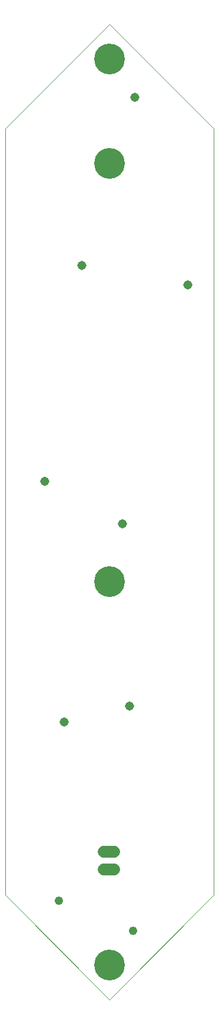
<source format=gbs>
G75*
%MOIN*%
%OFA0B0*%
%FSLAX25Y25*%
%IPPOS*%
%LPD*%
%AMOC8*
5,1,8,0,0,1.08239X$1,22.5*
%
%ADD10C,0.00000*%
%ADD11C,0.06800*%
%ADD12C,0.05162*%
%ADD13C,0.04769*%
%ADD14C,0.17398*%
D10*
X0020685Y0060655D02*
X0079740Y0001600D01*
X0138795Y0060655D01*
X0138795Y0493726D01*
X0079740Y0552781D01*
X0020685Y0493726D01*
X0020685Y0060655D01*
D11*
X0076425Y0075120D02*
X0082425Y0075120D01*
X0082425Y0085120D02*
X0076425Y0085120D01*
D12*
X0091000Y0167600D03*
X0087000Y0270600D03*
X0054000Y0158600D03*
X0043000Y0294600D03*
X0064000Y0416600D03*
X0094000Y0511600D03*
X0124000Y0405600D03*
D13*
X0051000Y0057600D03*
X0093000Y0040600D03*
D14*
X0079740Y0021285D03*
X0079740Y0237820D03*
X0079740Y0474041D03*
X0079740Y0533096D03*
M02*

</source>
